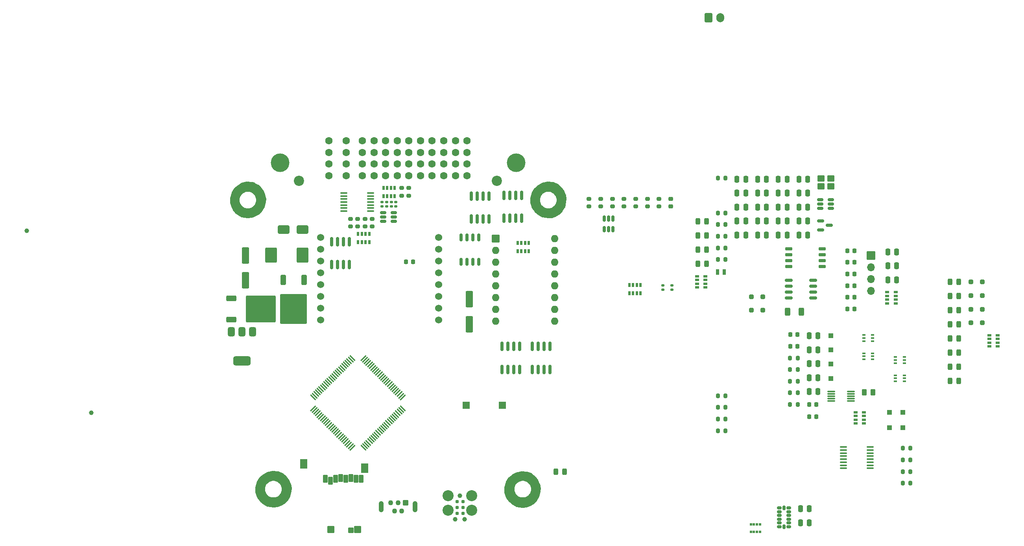
<source format=gbr>
%TF.GenerationSoftware,KiCad,Pcbnew,8.99.0-unknown-1.20241209git10cd458.fc40*%
%TF.CreationDate,2024-12-12T00:34:18-03:00*%
%TF.ProjectId,hw_v1,68775f76-312e-46b6-9963-61645f706362,rev?*%
%TF.SameCoordinates,Original*%
%TF.FileFunction,Soldermask,Top*%
%TF.FilePolarity,Negative*%
%FSLAX46Y46*%
G04 Gerber Fmt 4.6, Leading zero omitted, Abs format (unit mm)*
G04 Created by KiCad (PCBNEW 8.99.0-unknown-1.20241209git10cd458.fc40) date 2024-12-12 00:34:18*
%MOMM*%
%LPD*%
G01*
G04 APERTURE LIST*
G04 Aperture macros list*
%AMRoundRect*
0 Rectangle with rounded corners*
0 $1 Rounding radius*
0 $2 $3 $4 $5 $6 $7 $8 $9 X,Y pos of 4 corners*
0 Add a 4 corners polygon primitive as box body*
4,1,4,$2,$3,$4,$5,$6,$7,$8,$9,$2,$3,0*
0 Add four circle primitives for the rounded corners*
1,1,$1+$1,$2,$3*
1,1,$1+$1,$4,$5*
1,1,$1+$1,$6,$7*
1,1,$1+$1,$8,$9*
0 Add four rect primitives between the rounded corners*
20,1,$1+$1,$2,$3,$4,$5,0*
20,1,$1+$1,$4,$5,$6,$7,0*
20,1,$1+$1,$6,$7,$8,$9,0*
20,1,$1+$1,$8,$9,$2,$3,0*%
G04 Aperture macros list end*
%ADD10C,1.000000*%
%ADD11RoundRect,0.150038X0.150038X-0.825038X0.150038X0.825038X-0.150038X0.825038X-0.150038X-0.825038X0*%
%ADD12RoundRect,0.250015X-1.000061X1.400061X-1.000061X-1.400061X1.000061X-1.400061X1.000061X1.400061X0*%
%ADD13RoundRect,0.250038X-0.250038X-0.250038X0.250038X-0.250038X0.250038X0.250038X-0.250038X0.250038X0*%
%ADD14RoundRect,0.000076X-0.500000X-0.500000X0.500000X-0.500000X0.500000X0.500000X-0.500000X0.500000X0*%
%ADD15RoundRect,0.087538X-0.725038X-0.087538X0.725038X-0.087538X0.725038X0.087538X-0.725038X0.087538X0*%
%ADD16RoundRect,0.243788X-0.243788X-0.456288X0.243788X-0.456288X0.243788X0.456288X-0.243788X0.456288X0*%
%ADD17RoundRect,0.200038X-0.200038X-0.275038X0.200038X-0.275038X0.200038X0.275038X-0.200038X0.275038X0*%
%ADD18RoundRect,0.140038X-0.170038X0.140038X-0.170038X-0.140038X0.170038X-0.140038X0.170038X0.140038X0*%
%ADD19RoundRect,0.250038X-0.250038X-0.475038X0.250038X-0.475038X0.250038X0.475038X-0.250038X0.475038X0*%
%ADD20RoundRect,0.000076X-0.800000X-0.800000X0.800000X-0.800000X0.800000X0.800000X-0.800000X0.800000X0*%
%ADD21O,1.600152X1.600152*%
%ADD22RoundRect,0.225038X-0.225038X-0.250038X0.225038X-0.250038X0.225038X0.250038X-0.225038X0.250038X0*%
%ADD23RoundRect,0.000076X-0.400000X-0.250000X0.400000X-0.250000X0.400000X0.250000X-0.400000X0.250000X0*%
%ADD24RoundRect,0.000076X-0.400000X-0.200000X0.400000X-0.200000X0.400000X0.200000X-0.400000X0.200000X0*%
%ADD25RoundRect,0.150038X-0.587538X-0.150038X0.587538X-0.150038X0.587538X0.150038X-0.587538X0.150038X0*%
%ADD26RoundRect,0.000076X-0.250000X0.400000X-0.250000X-0.400000X0.250000X-0.400000X0.250000X0.400000X0*%
%ADD27RoundRect,0.000076X-0.200000X0.400000X-0.200000X-0.400000X0.200000X-0.400000X0.200000X0.400000X0*%
%ADD28RoundRect,0.150038X-0.150038X0.512538X-0.150038X-0.512538X0.150038X-0.512538X0.150038X0.512538X0*%
%ADD29RoundRect,0.250031X-0.850045X-0.350045X0.850045X-0.350045X0.850045X0.350045X-0.850045X0.350045X0*%
%ADD30RoundRect,0.250004X-2.950072X-2.650072X2.950072X-2.650072X2.950072X2.650072X-2.950072X2.650072X0*%
%ADD31RoundRect,0.100038X-0.637538X-0.100038X0.637538X-0.100038X0.637538X0.100038X-0.637538X0.100038X0*%
%ADD32RoundRect,0.200038X-0.275038X0.200038X-0.275038X-0.200038X0.275038X-0.200038X0.275038X0.200038X0*%
%ADD33RoundRect,0.375038X-0.375038X0.625038X-0.375038X-0.625038X0.375038X-0.625038X0.375038X0.625038X0*%
%ADD34RoundRect,0.500038X-1.400038X0.500038X-1.400038X-0.500038X1.400038X-0.500038X1.400038X0.500038X0*%
%ADD35RoundRect,0.200038X0.275038X-0.200038X0.275038X0.200038X-0.275038X0.200038X-0.275038X-0.200038X0*%
%ADD36RoundRect,0.218788X-0.218788X-0.256288X0.218788X-0.256288X0.218788X0.256288X-0.218788X0.256288X0*%
%ADD37RoundRect,0.150038X0.512538X0.150038X-0.512538X0.150038X-0.512538X-0.150038X0.512538X-0.150038X0*%
%ADD38RoundRect,0.250035X-0.300041X-0.300041X0.300041X-0.300041X0.300041X0.300041X-0.300041X0.300041X0*%
%ADD39RoundRect,0.150038X-0.675038X-0.150038X0.675038X-0.150038X0.675038X0.150038X-0.675038X0.150038X0*%
%ADD40RoundRect,0.150038X-0.650038X-0.150038X0.650038X-0.150038X0.650038X0.150038X-0.650038X0.150038X0*%
%ADD41C,2.375052*%
%ADD42C,0.990752*%
%ADD43C,0.787552*%
%ADD44RoundRect,0.000076X-0.300000X-0.550000X0.300000X-0.550000X0.300000X0.550000X-0.300000X0.550000X0*%
%ADD45RoundRect,0.250031X-0.350045X0.850045X-0.350045X-0.850045X0.350045X-0.850045X0.350045X0.850045X0*%
%ADD46RoundRect,0.250004X-2.650072X2.950072X-2.650072X-2.950072X2.650072X-2.950072X2.650072X2.950072X0*%
%ADD47RoundRect,0.250024X-0.550052X1.500052X-0.550052X-1.500052X0.550052X-1.500052X0.550052X1.500052X0*%
%ADD48RoundRect,0.150038X-0.512538X-0.150038X0.512538X-0.150038X0.512538X0.150038X-0.512538X0.150038X0*%
%ADD49RoundRect,0.250037X-0.262539X-0.450039X0.262539X-0.450039X0.262539X0.450039X-0.262539X0.450039X0*%
%ADD50RoundRect,0.000076X0.175000X-0.250000X0.175000X0.250000X-0.175000X0.250000X-0.175000X-0.250000X0*%
%ADD51RoundRect,0.000076X0.550000X0.550000X-0.550000X0.550000X-0.550000X-0.550000X0.550000X-0.550000X0*%
%ADD52C,1.100152*%
%ADD53O,1.100152X2.400152*%
%ADD54RoundRect,0.100038X-0.225038X-0.100038X0.225038X-0.100038X0.225038X0.100038X-0.225038X0.100038X0*%
%ADD55RoundRect,0.225038X0.225038X0.250038X-0.225038X0.250038X-0.225038X-0.250038X0.225038X-0.250038X0*%
%ADD56RoundRect,0.250023X-0.600053X-0.750053X0.600053X-0.750053X0.600053X0.750053X-0.600053X0.750053X0*%
%ADD57O,1.700152X2.000152*%
%ADD58C,1.524152*%
%ADD59RoundRect,0.250021X-1.000055X-0.650055X1.000055X-0.650055X1.000055X0.650055X-1.000055X0.650055X0*%
%ADD60RoundRect,0.150038X-0.325038X-0.150038X0.325038X-0.150038X0.325038X0.150038X-0.325038X0.150038X0*%
%ADD61RoundRect,0.150038X-0.150038X-0.325038X0.150038X-0.325038X0.150038X0.325038X-0.150038X0.325038X0*%
%ADD62RoundRect,0.225038X-0.250038X0.225038X-0.250038X-0.225038X0.250038X-0.225038X0.250038X0.225038X0*%
%ADD63RoundRect,0.075038X-0.565739X0.459619X0.459619X-0.565739X0.565739X-0.459619X-0.459619X0.565739X0*%
%ADD64RoundRect,0.075038X-0.565739X-0.459619X-0.459619X-0.565739X0.565739X0.459619X0.459619X0.565739X0*%
%ADD65RoundRect,0.150038X0.150038X-0.675038X0.150038X0.675038X-0.150038X0.675038X-0.150038X-0.675038X0*%
%ADD66RoundRect,0.076200X-0.400000X0.750000X-0.400000X-0.750000X0.400000X-0.750000X0.400000X0.750000X0*%
%ADD67RoundRect,0.076200X-0.650000X-0.700000X0.650000X-0.700000X0.650000X0.700000X-0.650000X0.700000X0*%
%ADD68RoundRect,0.076200X-0.700000X0.950000X-0.700000X-0.950000X0.700000X-0.950000X0.700000X0.950000X0*%
%ADD69RoundRect,0.076200X0.475000X-0.500000X0.475000X0.500000X-0.475000X0.500000X-0.475000X-0.500000X0*%
%ADD70RoundRect,0.000076X-0.700000X-0.600000X0.700000X-0.600000X0.700000X0.600000X-0.700000X0.600000X0*%
%ADD71RoundRect,0.250034X-0.312542X-0.625042X0.312542X-0.625042X0.312542X0.625042X-0.312542X0.625042X0*%
%ADD72RoundRect,0.250024X0.550052X-1.500052X0.550052X1.500052X-0.550052X1.500052X-0.550052X-1.500052X0*%
%ADD73C,4.000152*%
%ADD74C,2.200152*%
%ADD75C,1.600152*%
%ADD76RoundRect,0.000076X-0.850000X-0.850000X0.850000X-0.850000X0.850000X0.850000X-0.850000X0.850000X0*%
%ADD77O,1.700152X1.700152*%
%ADD78RoundRect,0.000076X-0.750000X-0.750000X0.750000X-0.750000X0.750000X0.750000X-0.750000X0.750000X0*%
G04 APERTURE END LIST*
D10*
%TO.C,FID2*%
X47625000Y-112100000D03*
%TD*%
%TO.C,FID1*%
X33750000Y-72925000D03*
%TD*%
D11*
%TO.C,U2*%
X129463029Y-65465554D03*
X130733029Y-65465554D03*
X132003029Y-65465554D03*
X133273029Y-65465554D03*
X133273029Y-70415554D03*
X132003029Y-70415554D03*
X130733029Y-70415554D03*
X129463029Y-70415554D03*
%TD*%
D12*
%TO.C,D37*%
X86325000Y-78175000D03*
X93125000Y-78175000D03*
%TD*%
D13*
%TO.C,D19*%
X189705000Y-90075000D03*
X192205000Y-90075000D03*
%TD*%
D14*
%TO.C,TP5*%
X206850000Y-101675000D03*
%TD*%
D15*
%TO.C,U1*%
X206917500Y-107575000D03*
X206917500Y-108075000D03*
X206917500Y-108575000D03*
X206917500Y-109075000D03*
X206917500Y-109575000D03*
X211142500Y-109575000D03*
X211142500Y-109075000D03*
X211142500Y-108575000D03*
X211142500Y-108075000D03*
X211142500Y-107575000D03*
%TD*%
D16*
%TO.C,D24*%
X178182500Y-73980000D03*
X180057500Y-73980000D03*
%TD*%
D17*
%TO.C,R42*%
X182505000Y-74105000D03*
X184155000Y-74105000D03*
%TD*%
D18*
%TO.C,C64*%
X172615000Y-84692500D03*
X172615000Y-85652500D03*
%TD*%
D19*
%TO.C,C33*%
X191060000Y-64815000D03*
X192960000Y-64815000D03*
%TD*%
D16*
%TO.C,D23*%
X178182500Y-70940000D03*
X180057500Y-70940000D03*
%TD*%
D20*
%TO.C,A1*%
X134660000Y-74610000D03*
D21*
X134660000Y-77150000D03*
X134660000Y-79690000D03*
X134660000Y-82230000D03*
X134660000Y-84770000D03*
X134660000Y-87310000D03*
X134660000Y-89850000D03*
X134660000Y-92390000D03*
X147360000Y-92390000D03*
X147360000Y-89850000D03*
X147360000Y-87310000D03*
X147360000Y-84770000D03*
X147360000Y-82230000D03*
X147360000Y-79690000D03*
X147360000Y-77150000D03*
X147360000Y-74610000D03*
%TD*%
D22*
%TO.C,C3*%
X198095000Y-95305000D03*
X199645000Y-95305000D03*
%TD*%
D23*
%TO.C,RN2*%
X240950000Y-95425000D03*
D24*
X240950000Y-96225000D03*
X240950000Y-97025000D03*
D23*
X240950000Y-97825000D03*
X242750000Y-97825000D03*
D24*
X242750000Y-97025000D03*
X242750000Y-96225000D03*
D23*
X242750000Y-95425000D03*
%TD*%
D25*
%TO.C,U16*%
X204642500Y-70820000D03*
X204642500Y-72720000D03*
X206517500Y-71770000D03*
%TD*%
D16*
%TO.C,D7*%
X232482500Y-96130000D03*
X234357500Y-96130000D03*
%TD*%
D18*
%TO.C,C66*%
X170645000Y-84692500D03*
X170645000Y-85652500D03*
%TD*%
D16*
%TO.C,D25*%
X178182500Y-77020000D03*
X180057500Y-77020000D03*
%TD*%
D19*
%TO.C,C34*%
X191060000Y-67825000D03*
X192960000Y-67825000D03*
%TD*%
D18*
%TO.C,C19*%
X113177885Y-66732868D03*
X113177885Y-67692868D03*
%TD*%
D11*
%TO.C,U3*%
X136420000Y-70225000D03*
X137690000Y-70225000D03*
X138960000Y-70225000D03*
X140230000Y-70225000D03*
X140230000Y-65275000D03*
X138960000Y-65275000D03*
X137690000Y-65275000D03*
X136420000Y-65275000D03*
%TD*%
D16*
%TO.C,D4*%
X232482500Y-90050000D03*
X234357500Y-90050000D03*
%TD*%
D19*
%TO.C,C46*%
X199960000Y-73845000D03*
X201860000Y-73845000D03*
%TD*%
D13*
%TO.C,D18*%
X189705000Y-87125000D03*
X192205000Y-87125000D03*
%TD*%
D26*
%TO.C,RN4*%
X112948793Y-63720123D03*
D27*
X112148793Y-63720123D03*
X111348793Y-63720123D03*
D26*
X110548793Y-63720123D03*
X110548793Y-65520123D03*
D27*
X111348793Y-65520123D03*
X112148793Y-65520123D03*
D26*
X112948793Y-65520123D03*
%TD*%
D16*
%TO.C,D9*%
X232482500Y-99170000D03*
X234357500Y-99170000D03*
%TD*%
D28*
%TO.C,D16*%
X159950000Y-70325000D03*
X159000000Y-70325000D03*
X158050000Y-70325000D03*
X158050000Y-72600000D03*
X159000000Y-72600000D03*
X159950000Y-72600000D03*
%TD*%
D19*
%TO.C,C39*%
X195510000Y-67825000D03*
X197410000Y-67825000D03*
%TD*%
D16*
%TO.C,D1*%
X232482500Y-83970000D03*
X234357500Y-83970000D03*
%TD*%
D13*
%TO.C,D11*%
X236945000Y-92775000D03*
X239445000Y-92775000D03*
%TD*%
D17*
%TO.C,R38*%
X182505000Y-71595000D03*
X184155000Y-71595000D03*
%TD*%
D19*
%TO.C,C5*%
X202150000Y-101575000D03*
X204050000Y-101575000D03*
%TD*%
%TO.C,C26*%
X186610000Y-64815000D03*
X188510000Y-64815000D03*
%TD*%
D17*
%TO.C,R3*%
X198045000Y-105345000D03*
X199695000Y-105345000D03*
%TD*%
D29*
%TO.C,U19*%
X77825000Y-87520000D03*
D30*
X84125000Y-89800000D03*
D29*
X77825000Y-92080000D03*
%TD*%
D19*
%TO.C,C30*%
X186610000Y-70835000D03*
X188510000Y-70835000D03*
%TD*%
D17*
%TO.C,R5*%
X182505000Y-108465000D03*
X184155000Y-108465000D03*
%TD*%
D31*
%TO.C,U5*%
X209537500Y-119535000D03*
X209537500Y-120185000D03*
X209537500Y-120835000D03*
X209537500Y-121485000D03*
X209537500Y-122135000D03*
X209537500Y-122785000D03*
X209537500Y-123435000D03*
X209537500Y-124085000D03*
X215262500Y-124085000D03*
X215262500Y-123435000D03*
X215262500Y-122785000D03*
X215262500Y-122135000D03*
X215262500Y-121485000D03*
X215262500Y-120835000D03*
X215262500Y-120185000D03*
X215262500Y-119535000D03*
%TD*%
D19*
%TO.C,C49*%
X219055000Y-83495000D03*
X220955000Y-83495000D03*
%TD*%
%TO.C,C32*%
X191060000Y-61805000D03*
X192960000Y-61805000D03*
%TD*%
D14*
%TO.C,TP19*%
X206850000Y-104725000D03*
%TD*%
D22*
%TO.C,C54*%
X210350000Y-89775000D03*
X211900000Y-89775000D03*
%TD*%
D23*
%TO.C,RN5*%
X212150000Y-112025000D03*
D24*
X212150000Y-112825000D03*
X212150000Y-113625000D03*
D23*
X212150000Y-114425000D03*
X213950000Y-114425000D03*
D24*
X213950000Y-113625000D03*
X213950000Y-112825000D03*
D23*
X213950000Y-112025000D03*
%TD*%
D32*
%TO.C,R102*%
X162305000Y-66057500D03*
X162305000Y-67707500D03*
%TD*%
D19*
%TO.C,C35*%
X191060000Y-70835000D03*
X192960000Y-70835000D03*
%TD*%
D17*
%TO.C,R27*%
X182505000Y-61555000D03*
X184155000Y-61555000D03*
%TD*%
%TO.C,R58*%
X222300000Y-127300000D03*
X223950000Y-127300000D03*
%TD*%
D33*
%TO.C,U8*%
X82387500Y-94675000D03*
X80087500Y-94675000D03*
D34*
X80087500Y-100975000D03*
D33*
X77787500Y-94675000D03*
%TD*%
D35*
%TO.C,R81*%
X106550000Y-72025000D03*
X106550000Y-70375000D03*
%TD*%
D22*
%TO.C,C53*%
X210350000Y-87265000D03*
X211900000Y-87265000D03*
%TD*%
D35*
%TO.C,R79*%
X103450000Y-72025000D03*
X103450000Y-70375000D03*
%TD*%
D36*
%TO.C,D15*%
X202132500Y-112985000D03*
X203707500Y-112985000D03*
%TD*%
D22*
%TO.C,C4*%
X198095000Y-97815000D03*
X199645000Y-97815000D03*
%TD*%
D37*
%TO.C,D14*%
X112750000Y-70900000D03*
X112750000Y-69950000D03*
X112750000Y-69000000D03*
X110475000Y-69000000D03*
X110475000Y-69950000D03*
X110475000Y-70900000D03*
%TD*%
D11*
%TO.C,U12*%
X136015000Y-102800000D03*
X137285000Y-102800000D03*
X138555000Y-102800000D03*
X139825000Y-102800000D03*
X139825000Y-97850000D03*
X138555000Y-97850000D03*
X137285000Y-97850000D03*
X136015000Y-97850000D03*
%TD*%
D32*
%TO.C,R99*%
X169835000Y-66057500D03*
X169835000Y-67707500D03*
%TD*%
D19*
%TO.C,C45*%
X199960000Y-70835000D03*
X201860000Y-70835000D03*
%TD*%
D16*
%TO.C,D2*%
X232482500Y-87010000D03*
X234357500Y-87010000D03*
%TD*%
D19*
%TO.C,C44*%
X199960000Y-67825000D03*
X201860000Y-67825000D03*
%TD*%
D17*
%TO.C,R2*%
X198045000Y-102835000D03*
X199695000Y-102835000D03*
%TD*%
D32*
%TO.C,R101*%
X164815000Y-66057500D03*
X164815000Y-67707500D03*
%TD*%
D38*
%TO.C,D30*%
X219470000Y-115390000D03*
X222270000Y-115390000D03*
%TD*%
D22*
%TO.C,C52*%
X210350000Y-84755000D03*
X211900000Y-84755000D03*
%TD*%
D19*
%TO.C,C43*%
X199960000Y-64815000D03*
X201860000Y-64815000D03*
%TD*%
%TO.C,C7*%
X202150000Y-104585000D03*
X204050000Y-104585000D03*
%TD*%
D23*
%TO.C,RN7*%
X218955000Y-86175000D03*
D24*
X218955000Y-86975000D03*
X218955000Y-87775000D03*
D23*
X218955000Y-88575000D03*
X220755000Y-88575000D03*
D24*
X220755000Y-87775000D03*
X220755000Y-86975000D03*
D23*
X220755000Y-86175000D03*
%TD*%
D19*
%TO.C,C8*%
X202150000Y-107595000D03*
X204050000Y-107595000D03*
%TD*%
D16*
%TO.C,D26*%
X178182500Y-80060000D03*
X180057500Y-80060000D03*
%TD*%
D39*
%TO.C,U14*%
X197785000Y-83630000D03*
X197785000Y-84900000D03*
X197785000Y-86170000D03*
X197785000Y-87440000D03*
X203035000Y-87440000D03*
X203035000Y-86170000D03*
X203035000Y-84900000D03*
X203035000Y-83630000D03*
%TD*%
D40*
%TO.C,U15*%
X197760000Y-76860000D03*
X197760000Y-78130000D03*
X197760000Y-79400000D03*
X197760000Y-80670000D03*
X204960000Y-80670000D03*
X204960000Y-79400000D03*
X204960000Y-78130000D03*
X204960000Y-76860000D03*
%TD*%
D41*
%TO.C,J9*%
X129540000Y-129960000D03*
D42*
X127000000Y-129960000D03*
D41*
X124460000Y-129960000D03*
X129540000Y-133135000D03*
X124460000Y-133135000D03*
D42*
X128016000Y-135040000D03*
X125984000Y-135040000D03*
D43*
X126365000Y-131230000D03*
X127635000Y-131230000D03*
X126365000Y-132500000D03*
X127635000Y-132500000D03*
X126365000Y-133770000D03*
X127635000Y-133770000D03*
%TD*%
D19*
%TO.C,C40*%
X195510000Y-70835000D03*
X197410000Y-70835000D03*
%TD*%
D11*
%TO.C,U20*%
X142595000Y-102800000D03*
X143865000Y-102800000D03*
X145135000Y-102800000D03*
X146405000Y-102800000D03*
X146405000Y-97850000D03*
X145135000Y-97850000D03*
X143865000Y-97850000D03*
X142595000Y-97850000D03*
%TD*%
D13*
%TO.C,D8*%
X236945000Y-89825000D03*
X239445000Y-89825000D03*
%TD*%
D44*
%TO.C,Y1*%
X182450000Y-81805000D03*
X183850000Y-81805000D03*
%TD*%
D17*
%TO.C,R11*%
X198045000Y-110365000D03*
X199695000Y-110365000D03*
%TD*%
D13*
%TO.C,D3*%
X236945000Y-83925000D03*
X239445000Y-83925000D03*
%TD*%
D19*
%TO.C,C2*%
X202150000Y-98565000D03*
X204050000Y-98565000D03*
%TD*%
%TO.C,C37*%
X195510000Y-61805000D03*
X197410000Y-61805000D03*
%TD*%
D45*
%TO.C,U11*%
X93480000Y-83500000D03*
D46*
X91200000Y-89800000D03*
D45*
X88920000Y-83500000D03*
%TD*%
D17*
%TO.C,R43*%
X182505000Y-76615000D03*
X184155000Y-76615000D03*
%TD*%
D11*
%TO.C,U18*%
X99345000Y-80225000D03*
X100615000Y-80225000D03*
X101885000Y-80225000D03*
X103155000Y-80225000D03*
X103155000Y-75275000D03*
X101885000Y-75275000D03*
X100615000Y-75275000D03*
X99345000Y-75275000D03*
%TD*%
D19*
%TO.C,C31*%
X186610000Y-73845000D03*
X188510000Y-73845000D03*
%TD*%
D35*
%TO.C,R82*%
X108100000Y-72025000D03*
X108100000Y-70375000D03*
%TD*%
D17*
%TO.C,R55*%
X222300000Y-119770000D03*
X223950000Y-119770000D03*
%TD*%
%TO.C,R44*%
X182505000Y-79125000D03*
X184155000Y-79125000D03*
%TD*%
D47*
%TO.C,C69*%
X80875000Y-78225000D03*
X80875000Y-83625000D03*
%TD*%
D19*
%TO.C,C29*%
X186610000Y-67825000D03*
X188510000Y-67825000D03*
%TD*%
%TO.C,C38*%
X195510000Y-64815000D03*
X197410000Y-64815000D03*
%TD*%
%TO.C,C36*%
X191060000Y-73845000D03*
X192960000Y-73845000D03*
%TD*%
%TO.C,C1*%
X202150000Y-95555000D03*
X204050000Y-95555000D03*
%TD*%
D48*
%TO.C,U17*%
X204572500Y-66200000D03*
X204572500Y-67150000D03*
X204572500Y-68100000D03*
X206847500Y-68100000D03*
X206847500Y-67150000D03*
X206847500Y-66200000D03*
%TD*%
D49*
%TO.C,R7*%
X214027500Y-107725000D03*
X215852500Y-107725000D03*
%TD*%
D50*
%TO.C,U10*%
X189615000Y-136180000D03*
X190265000Y-136180000D03*
X190915000Y-136180000D03*
X191565000Y-136180000D03*
X191565000Y-137780000D03*
X190915000Y-137780000D03*
X190265000Y-137780000D03*
X189615000Y-137780000D03*
%TD*%
D17*
%TO.C,R9*%
X182505000Y-115995000D03*
X184155000Y-115995000D03*
%TD*%
D32*
%TO.C,R100*%
X167325000Y-66057500D03*
X167325000Y-67707500D03*
%TD*%
D51*
%TO.C,J8*%
X115282266Y-131520713D03*
D52*
X114482266Y-133270713D03*
X113682266Y-131520713D03*
X112882266Y-133270713D03*
X112082266Y-131520713D03*
D53*
X117332266Y-132395713D03*
X110032266Y-132395713D03*
%TD*%
D32*
%TO.C,R75*%
X115975000Y-63725000D03*
X115975000Y-65375000D03*
%TD*%
D22*
%TO.C,C48*%
X210350000Y-79735000D03*
X211900000Y-79735000D03*
%TD*%
D26*
%TO.C,RN6*%
X165855000Y-84612500D03*
D27*
X165055000Y-84612500D03*
X164255000Y-84612500D03*
D26*
X163455000Y-84612500D03*
X163455000Y-86412500D03*
D27*
X164255000Y-86412500D03*
X165055000Y-86412500D03*
D26*
X165855000Y-86412500D03*
%TD*%
D36*
%TO.C,D13*%
X202132500Y-110395000D03*
X203707500Y-110395000D03*
%TD*%
D16*
%TO.C,D22*%
X147600000Y-124800000D03*
X149475000Y-124800000D03*
%TD*%
D54*
%TO.C,U26*%
X220745000Y-104055000D03*
X220745000Y-104705000D03*
X220745000Y-105355000D03*
X222645000Y-105355000D03*
X222645000Y-104705000D03*
X222645000Y-104055000D03*
%TD*%
D16*
%TO.C,D12*%
X232482500Y-105250000D03*
X234357500Y-105250000D03*
%TD*%
D55*
%TO.C,C63*%
X116925000Y-79650000D03*
X115375000Y-79650000D03*
%TD*%
D56*
%TO.C,BT1*%
X180500000Y-27000000D03*
D57*
X183000000Y-27000000D03*
%TD*%
D54*
%TO.C,U25*%
X220745000Y-100130000D03*
X220745000Y-100780000D03*
X220745000Y-101430000D03*
X222645000Y-101430000D03*
X222645000Y-100780000D03*
X222645000Y-100130000D03*
%TD*%
D18*
%TO.C,C58*%
X111231997Y-66726965D03*
X111231997Y-67686965D03*
%TD*%
D17*
%TO.C,R37*%
X182505000Y-69085000D03*
X184155000Y-69085000D03*
%TD*%
D13*
%TO.C,D6*%
X236945000Y-86875000D03*
X239445000Y-86875000D03*
%TD*%
D32*
%TO.C,R106*%
X157285000Y-66057500D03*
X157285000Y-67707500D03*
%TD*%
D58*
%TO.C,U4*%
X122400000Y-92115000D03*
X122400000Y-89575000D03*
X122400000Y-87035000D03*
X122400000Y-84495000D03*
X122400000Y-81955000D03*
X122400000Y-79415000D03*
X122400000Y-76875000D03*
X122400000Y-74335000D03*
X97000000Y-92115000D03*
X97000000Y-89575000D03*
X97000000Y-87035000D03*
X97000000Y-84495000D03*
X97000000Y-81955000D03*
X97000000Y-79415000D03*
X97000000Y-76875000D03*
X97000000Y-74335000D03*
%TD*%
D54*
%TO.C,U9*%
X213900000Y-99325000D03*
X213900000Y-99975000D03*
X213900000Y-100625000D03*
X215800000Y-100625000D03*
X215800000Y-99975000D03*
X215800000Y-99325000D03*
%TD*%
D59*
%TO.C,D17*%
X89075000Y-72700000D03*
X93075000Y-72700000D03*
%TD*%
D54*
%TO.C,U7*%
X213900000Y-95400000D03*
X213900000Y-96050000D03*
X213900000Y-96700000D03*
X215800000Y-96700000D03*
X215800000Y-96050000D03*
X215800000Y-95400000D03*
%TD*%
D19*
%TO.C,C42*%
X199960000Y-61805000D03*
X201860000Y-61805000D03*
%TD*%
D17*
%TO.C,R8*%
X182505000Y-113485000D03*
X184155000Y-113485000D03*
%TD*%
D14*
%TO.C,TP1*%
X206850000Y-95575000D03*
%TD*%
D19*
%TO.C,C9*%
X219055000Y-77475000D03*
X220955000Y-77475000D03*
%TD*%
%TO.C,C50*%
X200285000Y-135815000D03*
X202185000Y-135815000D03*
%TD*%
D26*
%TO.C,RN8*%
X107482024Y-73596556D03*
D27*
X106682024Y-73596556D03*
X105882024Y-73596556D03*
D26*
X105082024Y-73596556D03*
X105082024Y-75396556D03*
D27*
X105882024Y-75396556D03*
X106682024Y-75396556D03*
D26*
X107482024Y-75396556D03*
%TD*%
D18*
%TO.C,C60*%
X110235736Y-66726965D03*
X110235736Y-67686965D03*
%TD*%
D17*
%TO.C,R4*%
X198045000Y-107855000D03*
X199695000Y-107855000D03*
%TD*%
D38*
%TO.C,D29*%
X219470000Y-112040000D03*
X222270000Y-112040000D03*
%TD*%
D19*
%TO.C,C47*%
X200285000Y-132805000D03*
X202185000Y-132805000D03*
%TD*%
D35*
%TO.C,R80*%
X105000000Y-72025000D03*
X105000000Y-70375000D03*
%TD*%
D60*
%TO.C,U21*%
X195740000Y-132660000D03*
X195740000Y-133460000D03*
X195740000Y-134260000D03*
X195740000Y-135060000D03*
X195740000Y-135860000D03*
X195740000Y-136660000D03*
D61*
X196740000Y-136660000D03*
D60*
X197740000Y-136660000D03*
X197740000Y-135860000D03*
X197740000Y-135060000D03*
X197740000Y-134260000D03*
X197740000Y-133460000D03*
X197740000Y-132660000D03*
D61*
X196740000Y-132660000D03*
%TD*%
D19*
%TO.C,C6*%
X186610000Y-61805000D03*
X188510000Y-61805000D03*
%TD*%
D62*
%TO.C,C68*%
X172345000Y-66107500D03*
X172345000Y-67657500D03*
%TD*%
D31*
%TO.C,U23*%
X102010736Y-64806965D03*
X102010736Y-65456965D03*
X102010736Y-66106965D03*
X102010736Y-66756965D03*
X102010736Y-67406965D03*
X102010736Y-68056965D03*
X102010736Y-68706965D03*
X107735736Y-68706965D03*
X107735736Y-68056965D03*
X107735736Y-67406965D03*
X107735736Y-66756965D03*
X107735736Y-66106965D03*
X107735736Y-65456965D03*
X107735736Y-64806965D03*
%TD*%
D63*
%TO.C,U13*%
X103847862Y-100330315D03*
X103494309Y-100683868D03*
X103140755Y-101037422D03*
X102787202Y-101390975D03*
X102433649Y-101744528D03*
X102080095Y-102098082D03*
X101726542Y-102451635D03*
X101372988Y-102805189D03*
X101019435Y-103158742D03*
X100665882Y-103512295D03*
X100312328Y-103865849D03*
X99958775Y-104219402D03*
X99605221Y-104572955D03*
X99251668Y-104926509D03*
X98898115Y-105280062D03*
X98544561Y-105633616D03*
X98191008Y-105987169D03*
X97837455Y-106340722D03*
X97483901Y-106694276D03*
X97130348Y-107047829D03*
X96776794Y-107401383D03*
X96423241Y-107754936D03*
X96069688Y-108108489D03*
X95716134Y-108462043D03*
X95362581Y-108815596D03*
D64*
X95362581Y-111184404D03*
X95716134Y-111537957D03*
X96069688Y-111891511D03*
X96423241Y-112245064D03*
X96776794Y-112598617D03*
X97130348Y-112952171D03*
X97483901Y-113305724D03*
X97837455Y-113659278D03*
X98191008Y-114012831D03*
X98544561Y-114366384D03*
X98898115Y-114719938D03*
X99251668Y-115073491D03*
X99605221Y-115427045D03*
X99958775Y-115780598D03*
X100312328Y-116134151D03*
X100665882Y-116487705D03*
X101019435Y-116841258D03*
X101372988Y-117194811D03*
X101726542Y-117548365D03*
X102080095Y-117901918D03*
X102433649Y-118255472D03*
X102787202Y-118609025D03*
X103140755Y-118962578D03*
X103494309Y-119316132D03*
X103847862Y-119669685D03*
D63*
X106216670Y-119669685D03*
X106570223Y-119316132D03*
X106923777Y-118962578D03*
X107277330Y-118609025D03*
X107630883Y-118255472D03*
X107984437Y-117901918D03*
X108337990Y-117548365D03*
X108691544Y-117194811D03*
X109045097Y-116841258D03*
X109398650Y-116487705D03*
X109752204Y-116134151D03*
X110105757Y-115780598D03*
X110459311Y-115427045D03*
X110812864Y-115073491D03*
X111166417Y-114719938D03*
X111519971Y-114366384D03*
X111873524Y-114012831D03*
X112227077Y-113659278D03*
X112580631Y-113305724D03*
X112934184Y-112952171D03*
X113287738Y-112598617D03*
X113641291Y-112245064D03*
X113994844Y-111891511D03*
X114348398Y-111537957D03*
X114701951Y-111184404D03*
D64*
X114701951Y-108815596D03*
X114348398Y-108462043D03*
X113994844Y-108108489D03*
X113641291Y-107754936D03*
X113287738Y-107401383D03*
X112934184Y-107047829D03*
X112580631Y-106694276D03*
X112227077Y-106340722D03*
X111873524Y-105987169D03*
X111519971Y-105633616D03*
X111166417Y-105280062D03*
X110812864Y-104926509D03*
X110459311Y-104572955D03*
X110105757Y-104219402D03*
X109752204Y-103865849D03*
X109398650Y-103512295D03*
X109045097Y-103158742D03*
X108691544Y-102805189D03*
X108337990Y-102451635D03*
X107984437Y-102098082D03*
X107630883Y-101744528D03*
X107277330Y-101390975D03*
X106923777Y-101037422D03*
X106570223Y-100683868D03*
X106216670Y-100330315D03*
%TD*%
D19*
%TO.C,C14*%
X219055000Y-80485000D03*
X220955000Y-80485000D03*
%TD*%
D17*
%TO.C,R56*%
X222300000Y-122280000D03*
X223950000Y-122280000D03*
%TD*%
%TO.C,R1*%
X198045000Y-100325000D03*
X199695000Y-100325000D03*
%TD*%
D32*
%TO.C,R108*%
X154775000Y-66057500D03*
X154775000Y-67707500D03*
%TD*%
D65*
%TO.C,U6*%
X127200000Y-79600000D03*
X128470000Y-79600000D03*
X129740000Y-79600000D03*
X131010000Y-79600000D03*
X131010000Y-74350000D03*
X129740000Y-74350000D03*
X128470000Y-74350000D03*
X127200000Y-74350000D03*
%TD*%
D66*
%TO.C,J16*%
X98032266Y-126395713D03*
X99132266Y-126795713D03*
X100232266Y-126395713D03*
X101332266Y-126195713D03*
X102432266Y-126395713D03*
X103532266Y-126195713D03*
X104632266Y-126395713D03*
X105732266Y-126395713D03*
D67*
X104922266Y-137255713D03*
X99222266Y-137255713D03*
D68*
X106522266Y-124105713D03*
X93372266Y-123105713D03*
D69*
X103532266Y-137455713D03*
%TD*%
D17*
%TO.C,R6*%
X182505000Y-110975000D03*
X184155000Y-110975000D03*
%TD*%
%TO.C,R57*%
X222300000Y-124790000D03*
X223950000Y-124790000D03*
%TD*%
D70*
%TO.C,Y2*%
X204660000Y-63375000D03*
X206860000Y-63375000D03*
X206860000Y-61675000D03*
X204660000Y-61675000D03*
%TD*%
D71*
%TO.C,R31*%
X197527500Y-90405000D03*
X200452500Y-90405000D03*
%TD*%
D32*
%TO.C,R16*%
X114425000Y-63725000D03*
X114425000Y-65375000D03*
%TD*%
D72*
%TO.C,C10*%
X129000000Y-93100000D03*
X129000000Y-87700000D03*
%TD*%
D73*
%TO.C,J1*%
X88256857Y-58312709D03*
D74*
X92356857Y-62162709D03*
X134956857Y-62162709D03*
D73*
X139056857Y-58312709D03*
D75*
X98806857Y-53562709D03*
X98806857Y-56062709D03*
X98806857Y-58562709D03*
X98806857Y-61062709D03*
X102506857Y-53562709D03*
X102506857Y-56062709D03*
X102506857Y-58562709D03*
X102506857Y-61062709D03*
X106006857Y-53562709D03*
X106006857Y-56062709D03*
X106006857Y-58562709D03*
X106006857Y-61062709D03*
X108506857Y-53562709D03*
X108506857Y-56062709D03*
X108506857Y-58562709D03*
X108506857Y-61062709D03*
X111006857Y-53562709D03*
X111006857Y-56062709D03*
X111006857Y-58562709D03*
X111006857Y-61062709D03*
X113506857Y-53562709D03*
X113506857Y-56062709D03*
X113506857Y-58562709D03*
X113506857Y-61062709D03*
X116006857Y-53562709D03*
X116006857Y-56062709D03*
X116006857Y-58562709D03*
X116006857Y-61062709D03*
X118506857Y-53562709D03*
X118506857Y-56062709D03*
X118506857Y-58562709D03*
X118506857Y-61062709D03*
X121006857Y-53562709D03*
X121006857Y-56062709D03*
X121006857Y-58562709D03*
X121006857Y-61062709D03*
X123506857Y-53562709D03*
X123506857Y-56062709D03*
X123506857Y-58562709D03*
X123506857Y-61062709D03*
X126006857Y-53562709D03*
X126006857Y-56062709D03*
X126006857Y-58562709D03*
X126006857Y-61062709D03*
X128506857Y-53562709D03*
X128506857Y-56062709D03*
X128506857Y-58562709D03*
X128506857Y-61062709D03*
%TD*%
D14*
%TO.C,TP4*%
X206850000Y-98625000D03*
%TD*%
D16*
%TO.C,D5*%
X232482500Y-93090000D03*
X234357500Y-93090000D03*
%TD*%
D26*
%TO.C,RN1*%
X141825000Y-75575000D03*
D27*
X141025000Y-75575000D03*
X140225000Y-75575000D03*
D26*
X139425000Y-75575000D03*
X139425000Y-77375000D03*
D27*
X140225000Y-77375000D03*
X141025000Y-77375000D03*
D26*
X141825000Y-77375000D03*
%TD*%
D23*
%TO.C,RN3*%
X178050000Y-82755000D03*
D24*
X178050000Y-83555000D03*
X178050000Y-84355000D03*
D23*
X178050000Y-85155000D03*
X179850000Y-85155000D03*
D24*
X179850000Y-84355000D03*
X179850000Y-83555000D03*
D23*
X179850000Y-82755000D03*
%TD*%
D18*
%TO.C,C25*%
X112210074Y-66726965D03*
X112210074Y-67686965D03*
%TD*%
D76*
%TO.C,J14*%
X215455000Y-78295000D03*
D77*
X215455000Y-80835000D03*
X215455000Y-83375000D03*
X215455000Y-85915000D03*
%TD*%
D22*
%TO.C,C51*%
X210350000Y-82245000D03*
X211900000Y-82245000D03*
%TD*%
D19*
%TO.C,C41*%
X195510000Y-73845000D03*
X197410000Y-73845000D03*
%TD*%
D22*
%TO.C,C15*%
X210350000Y-77225000D03*
X211900000Y-77225000D03*
%TD*%
D32*
%TO.C,R104*%
X159795000Y-66057500D03*
X159795000Y-67707500D03*
%TD*%
D16*
%TO.C,D10*%
X232482500Y-102210000D03*
X234357500Y-102210000D03*
%TD*%
D78*
%TO.C,SW1*%
X128325000Y-110525000D03*
X136125000Y-110525000D03*
%TD*%
G36*
X147104327Y-62450266D02*
G01*
X147146057Y-62460679D01*
X148033176Y-62852661D01*
X148064431Y-62872400D01*
X148892991Y-63585304D01*
X148912712Y-63606706D01*
X149404797Y-64283322D01*
X149417299Y-64304631D01*
X149784068Y-65099299D01*
X149795112Y-65140304D01*
X149886072Y-66107662D01*
X149886528Y-66124395D01*
X149861859Y-66753451D01*
X149859400Y-66773764D01*
X149637342Y-67859384D01*
X149621099Y-67900346D01*
X149105981Y-68734347D01*
X149090999Y-68753994D01*
X148427827Y-69466289D01*
X148395345Y-69491369D01*
X147594456Y-69922617D01*
X147581514Y-69928666D01*
X146971673Y-70172603D01*
X146933259Y-70181336D01*
X146014253Y-70242603D01*
X145987181Y-70241488D01*
X144754876Y-70056642D01*
X144709561Y-70040568D01*
X143739547Y-69468507D01*
X143725626Y-69458987D01*
X143281557Y-69109481D01*
X143261095Y-69089181D01*
X142768724Y-68473718D01*
X142757041Y-68456326D01*
X142405848Y-67825926D01*
X142394768Y-67799221D01*
X142149614Y-66941181D01*
X142144766Y-66906566D01*
X142144766Y-66321406D01*
X144222108Y-66321406D01*
X144241404Y-66578894D01*
X144242807Y-66588200D01*
X144300262Y-66839927D01*
X144303036Y-66848921D01*
X144397367Y-67089273D01*
X144401451Y-67097752D01*
X144530554Y-67321366D01*
X144535845Y-67329127D01*
X144696845Y-67531014D01*
X144703233Y-67537898D01*
X144892511Y-67713523D01*
X144899875Y-67719396D01*
X145113210Y-67864845D01*
X145121355Y-67869547D01*
X145353991Y-67981579D01*
X145362747Y-67985015D01*
X145609481Y-68061122D01*
X145618647Y-68063214D01*
X145873977Y-68101700D01*
X145883353Y-68102402D01*
X146141559Y-68102402D01*
X146150935Y-68101700D01*
X146406265Y-68063214D01*
X146415431Y-68061122D01*
X146662165Y-67985015D01*
X146670921Y-67981579D01*
X146903557Y-67869547D01*
X146911702Y-67864845D01*
X147125037Y-67719396D01*
X147132401Y-67713523D01*
X147321679Y-67537898D01*
X147328067Y-67531014D01*
X147489067Y-67329127D01*
X147494358Y-67321366D01*
X147623461Y-67097752D01*
X147627545Y-67089273D01*
X147721876Y-66848921D01*
X147724650Y-66839927D01*
X147782105Y-66588200D01*
X147783508Y-66578894D01*
X147802804Y-66321406D01*
X147802804Y-66312012D01*
X147783508Y-66054524D01*
X147782105Y-66045218D01*
X147724650Y-65793491D01*
X147721876Y-65784497D01*
X147627545Y-65544145D01*
X147623461Y-65535666D01*
X147494358Y-65312052D01*
X147489067Y-65304291D01*
X147328067Y-65102404D01*
X147321679Y-65095520D01*
X147132401Y-64919895D01*
X147125037Y-64914022D01*
X146911702Y-64768573D01*
X146903557Y-64763871D01*
X146670921Y-64651839D01*
X146662165Y-64648403D01*
X146415431Y-64572296D01*
X146406265Y-64570204D01*
X146150935Y-64531718D01*
X146141559Y-64531016D01*
X145883353Y-64531016D01*
X145873977Y-64531718D01*
X145618647Y-64570204D01*
X145609481Y-64572296D01*
X145362747Y-64648403D01*
X145353991Y-64651839D01*
X145121355Y-64763871D01*
X145113210Y-64768573D01*
X144899875Y-64914022D01*
X144892511Y-64919895D01*
X144703233Y-65095520D01*
X144696845Y-65102404D01*
X144535845Y-65304291D01*
X144530554Y-65312052D01*
X144401451Y-65535666D01*
X144397367Y-65544145D01*
X144303036Y-65784497D01*
X144300262Y-65793491D01*
X144242807Y-66045218D01*
X144241404Y-66054524D01*
X144222108Y-66312012D01*
X144222108Y-66321406D01*
X142144766Y-66321406D01*
X142144766Y-65923724D01*
X142148528Y-65893165D01*
X142457068Y-64659005D01*
X142474043Y-64620312D01*
X143086299Y-63689683D01*
X143112850Y-63660546D01*
X143788092Y-63120352D01*
X143804290Y-63109342D01*
X144668900Y-62615279D01*
X144702555Y-62602027D01*
X145745472Y-62356635D01*
X145783526Y-62353622D01*
X147104327Y-62450266D01*
G37*
G36*
X141516327Y-124807266D02*
G01*
X141558057Y-124817679D01*
X142445176Y-125209661D01*
X142476431Y-125229400D01*
X143304991Y-125942304D01*
X143324712Y-125963706D01*
X143816797Y-126640322D01*
X143829299Y-126661631D01*
X144199085Y-127462834D01*
X144208026Y-127489899D01*
X144409197Y-128454029D01*
X144411228Y-128492303D01*
X144350384Y-129100741D01*
X144348092Y-129115156D01*
X144117899Y-130166350D01*
X144101833Y-130205906D01*
X143531709Y-131123264D01*
X143514079Y-131145558D01*
X142838839Y-131825241D01*
X142809188Y-131847377D01*
X142006455Y-132279617D01*
X141993514Y-132285666D01*
X141383673Y-132529603D01*
X141345259Y-132538336D01*
X140426253Y-132599603D01*
X140399181Y-132598488D01*
X139166876Y-132413642D01*
X139121561Y-132397568D01*
X138151547Y-131825507D01*
X138137626Y-131815987D01*
X137693557Y-131466481D01*
X137673095Y-131446181D01*
X137180724Y-130830718D01*
X137169041Y-130813326D01*
X136817848Y-130182926D01*
X136806768Y-130156221D01*
X136561614Y-129298181D01*
X136556766Y-129263566D01*
X136556766Y-128589506D01*
X138723009Y-128589506D01*
X138742305Y-128846994D01*
X138743708Y-128856300D01*
X138801163Y-129108027D01*
X138803937Y-129117021D01*
X138898268Y-129357373D01*
X138902352Y-129365852D01*
X139031455Y-129589466D01*
X139036746Y-129597227D01*
X139197746Y-129799114D01*
X139204134Y-129805998D01*
X139393412Y-129981623D01*
X139400776Y-129987496D01*
X139614111Y-130132945D01*
X139622256Y-130137647D01*
X139854892Y-130249679D01*
X139863648Y-130253115D01*
X140110382Y-130329222D01*
X140119548Y-130331314D01*
X140374878Y-130369800D01*
X140384254Y-130370502D01*
X140642460Y-130370502D01*
X140651836Y-130369800D01*
X140907166Y-130331314D01*
X140916332Y-130329222D01*
X141163066Y-130253115D01*
X141171822Y-130249679D01*
X141404458Y-130137647D01*
X141412603Y-130132945D01*
X141625938Y-129987496D01*
X141633302Y-129981623D01*
X141822580Y-129805998D01*
X141828968Y-129799114D01*
X141989968Y-129597227D01*
X141995259Y-129589466D01*
X142124362Y-129365852D01*
X142128446Y-129357373D01*
X142222777Y-129117021D01*
X142225551Y-129108027D01*
X142283006Y-128856300D01*
X142284409Y-128846994D01*
X142303705Y-128589506D01*
X142303705Y-128580112D01*
X142284409Y-128322624D01*
X142283006Y-128313318D01*
X142225551Y-128061591D01*
X142222777Y-128052597D01*
X142128446Y-127812245D01*
X142124362Y-127803766D01*
X141995259Y-127580152D01*
X141989968Y-127572391D01*
X141828968Y-127370504D01*
X141822580Y-127363620D01*
X141633302Y-127187995D01*
X141625938Y-127182122D01*
X141412603Y-127036673D01*
X141404458Y-127031971D01*
X141171822Y-126919939D01*
X141163066Y-126916503D01*
X140916332Y-126840396D01*
X140907166Y-126838304D01*
X140651836Y-126799818D01*
X140642460Y-126799116D01*
X140384254Y-126799116D01*
X140374878Y-126799818D01*
X140119548Y-126838304D01*
X140110382Y-126840396D01*
X139863648Y-126916503D01*
X139854892Y-126919939D01*
X139622256Y-127031971D01*
X139614111Y-127036673D01*
X139400776Y-127182122D01*
X139393412Y-127187995D01*
X139204134Y-127363620D01*
X139197746Y-127370504D01*
X139036746Y-127572391D01*
X139031455Y-127580152D01*
X138902352Y-127803766D01*
X138898268Y-127812245D01*
X138803937Y-128052597D01*
X138801163Y-128061591D01*
X138743708Y-128313318D01*
X138742305Y-128322624D01*
X138723009Y-128580112D01*
X138723009Y-128589506D01*
X136556766Y-128589506D01*
X136556766Y-128280724D01*
X136560528Y-128250165D01*
X136869068Y-127016005D01*
X136886043Y-126977312D01*
X137498299Y-126046683D01*
X137524850Y-126017546D01*
X138200092Y-125477352D01*
X138216290Y-125466342D01*
X139080900Y-124972279D01*
X139114555Y-124959027D01*
X140157472Y-124713635D01*
X140195526Y-124710622D01*
X141516327Y-124807266D01*
G37*
G36*
X87922327Y-124743766D02*
G01*
X87964057Y-124754179D01*
X88851176Y-125146161D01*
X88882431Y-125165900D01*
X89710991Y-125878804D01*
X89730712Y-125900206D01*
X90222797Y-126576822D01*
X90235299Y-126598131D01*
X90605085Y-127399334D01*
X90614026Y-127426399D01*
X90815197Y-128390529D01*
X90817228Y-128428803D01*
X90756384Y-129037241D01*
X90754092Y-129051656D01*
X90523899Y-130102850D01*
X90507833Y-130142406D01*
X89937709Y-131059764D01*
X89920079Y-131082058D01*
X89244839Y-131761741D01*
X89215188Y-131783877D01*
X88412455Y-132216117D01*
X88399514Y-132222166D01*
X87789673Y-132466103D01*
X87751259Y-132474836D01*
X86832253Y-132536103D01*
X86805181Y-132534988D01*
X85572876Y-132350142D01*
X85527561Y-132334068D01*
X84557547Y-131762007D01*
X84543626Y-131752487D01*
X84099557Y-131402981D01*
X84079095Y-131382681D01*
X83586724Y-130767218D01*
X83575041Y-130749826D01*
X83223848Y-130119426D01*
X83212768Y-130092721D01*
X82967614Y-129234681D01*
X82962766Y-129200066D01*
X82962766Y-128589506D01*
X85052809Y-128589506D01*
X85072105Y-128846994D01*
X85073508Y-128856300D01*
X85130963Y-129108027D01*
X85133737Y-129117021D01*
X85228068Y-129357373D01*
X85232152Y-129365852D01*
X85361255Y-129589466D01*
X85366546Y-129597227D01*
X85527546Y-129799114D01*
X85533934Y-129805998D01*
X85723212Y-129981623D01*
X85730576Y-129987496D01*
X85943911Y-130132945D01*
X85952056Y-130137647D01*
X86184692Y-130249679D01*
X86193448Y-130253115D01*
X86440182Y-130329222D01*
X86449348Y-130331314D01*
X86704678Y-130369800D01*
X86714054Y-130370502D01*
X86972260Y-130370502D01*
X86981636Y-130369800D01*
X87236966Y-130331314D01*
X87246132Y-130329222D01*
X87492866Y-130253115D01*
X87501622Y-130249679D01*
X87734258Y-130137647D01*
X87742403Y-130132945D01*
X87955738Y-129987496D01*
X87963102Y-129981623D01*
X88152380Y-129805998D01*
X88158768Y-129799114D01*
X88319768Y-129597227D01*
X88325059Y-129589466D01*
X88454162Y-129365852D01*
X88458246Y-129357373D01*
X88552577Y-129117021D01*
X88555351Y-129108027D01*
X88612806Y-128856300D01*
X88614209Y-128846994D01*
X88633505Y-128589506D01*
X88633505Y-128580112D01*
X88614209Y-128322624D01*
X88612806Y-128313318D01*
X88555351Y-128061591D01*
X88552577Y-128052597D01*
X88458246Y-127812245D01*
X88454162Y-127803766D01*
X88325059Y-127580152D01*
X88319768Y-127572391D01*
X88158768Y-127370504D01*
X88152380Y-127363620D01*
X87963102Y-127187995D01*
X87955738Y-127182122D01*
X87742403Y-127036673D01*
X87734258Y-127031971D01*
X87501622Y-126919939D01*
X87492866Y-126916503D01*
X87246132Y-126840396D01*
X87236966Y-126838304D01*
X86981636Y-126799818D01*
X86972260Y-126799116D01*
X86714054Y-126799116D01*
X86704678Y-126799818D01*
X86449348Y-126838304D01*
X86440182Y-126840396D01*
X86193448Y-126916503D01*
X86184692Y-126919939D01*
X85952056Y-127031971D01*
X85943911Y-127036673D01*
X85730576Y-127182122D01*
X85723212Y-127187995D01*
X85533934Y-127363620D01*
X85527546Y-127370504D01*
X85366546Y-127572391D01*
X85361255Y-127580152D01*
X85232152Y-127803766D01*
X85228068Y-127812245D01*
X85133737Y-128052597D01*
X85130963Y-128061591D01*
X85073508Y-128313318D01*
X85072105Y-128322624D01*
X85052809Y-128580112D01*
X85052809Y-128589506D01*
X82962766Y-128589506D01*
X82962766Y-128217224D01*
X82966528Y-128186665D01*
X83275068Y-126952505D01*
X83292043Y-126913812D01*
X83904299Y-125983183D01*
X83930850Y-125954046D01*
X84606092Y-125413852D01*
X84622290Y-125402842D01*
X85486900Y-124908779D01*
X85520555Y-124895527D01*
X86563472Y-124650135D01*
X86601526Y-124647122D01*
X87922327Y-124743766D01*
G37*
G36*
X82396598Y-62425358D02*
G01*
X82438328Y-62435771D01*
X82902030Y-62640662D01*
X82945992Y-62673013D01*
X82990884Y-62724397D01*
X82999028Y-62732184D01*
X83168197Y-62867092D01*
X83177600Y-62873298D01*
X83368135Y-62975829D01*
X83378493Y-62980256D01*
X83567344Y-63041618D01*
X83610588Y-63065939D01*
X84185262Y-63560396D01*
X84204983Y-63581798D01*
X84697068Y-64258414D01*
X84709570Y-64279723D01*
X85079356Y-65080926D01*
X85088297Y-65107991D01*
X85289468Y-66072121D01*
X85291499Y-66110395D01*
X85230655Y-66718833D01*
X85228363Y-66733248D01*
X84998170Y-67784442D01*
X84982104Y-67823998D01*
X84411980Y-68741356D01*
X84394350Y-68763650D01*
X83719110Y-69443333D01*
X83689459Y-69465469D01*
X82886726Y-69897709D01*
X82873785Y-69903758D01*
X82263944Y-70147695D01*
X82225530Y-70156428D01*
X81306524Y-70217695D01*
X81279452Y-70216580D01*
X80047147Y-70031734D01*
X80001832Y-70015660D01*
X79031818Y-69443599D01*
X79017897Y-69434079D01*
X78577290Y-69087299D01*
X78551653Y-69060053D01*
X78161880Y-68497580D01*
X78153529Y-68483701D01*
X77782610Y-67766591D01*
X77772720Y-67740946D01*
X77551433Y-66904973D01*
X77547279Y-66875961D01*
X77533060Y-66321406D01*
X79553710Y-66321406D01*
X79573006Y-66578894D01*
X79574409Y-66588200D01*
X79631864Y-66839927D01*
X79634638Y-66848921D01*
X79728969Y-67089273D01*
X79733053Y-67097752D01*
X79862156Y-67321366D01*
X79867447Y-67329127D01*
X80028447Y-67531014D01*
X80034835Y-67537898D01*
X80224113Y-67713523D01*
X80231477Y-67719396D01*
X80444812Y-67864845D01*
X80452957Y-67869547D01*
X80685593Y-67981579D01*
X80694349Y-67985015D01*
X80941083Y-68061122D01*
X80950249Y-68063214D01*
X81205579Y-68101700D01*
X81214955Y-68102402D01*
X81473161Y-68102402D01*
X81482537Y-68101700D01*
X81737867Y-68063214D01*
X81747033Y-68061122D01*
X81993767Y-67985015D01*
X82002523Y-67981579D01*
X82235159Y-67869547D01*
X82243304Y-67864845D01*
X82456639Y-67719396D01*
X82464003Y-67713523D01*
X82653281Y-67537898D01*
X82659669Y-67531014D01*
X82820669Y-67329127D01*
X82825960Y-67321366D01*
X82955063Y-67097752D01*
X82959147Y-67089273D01*
X83053478Y-66848921D01*
X83056252Y-66839927D01*
X83113707Y-66588200D01*
X83115110Y-66578894D01*
X83134406Y-66321406D01*
X83134406Y-66312012D01*
X83115110Y-66054524D01*
X83113707Y-66045218D01*
X83056252Y-65793491D01*
X83053478Y-65784497D01*
X82959147Y-65544145D01*
X82955063Y-65535666D01*
X82825960Y-65312052D01*
X82820669Y-65304291D01*
X82659669Y-65102404D01*
X82653281Y-65095520D01*
X82464003Y-64919895D01*
X82456639Y-64914022D01*
X82243304Y-64768573D01*
X82235159Y-64763871D01*
X82002523Y-64651839D01*
X81993767Y-64648403D01*
X81747033Y-64572296D01*
X81737867Y-64570204D01*
X81482537Y-64531718D01*
X81473161Y-64531016D01*
X81214955Y-64531016D01*
X81205579Y-64531718D01*
X80950249Y-64570204D01*
X80941083Y-64572296D01*
X80694349Y-64648403D01*
X80685593Y-64651839D01*
X80452957Y-64763871D01*
X80444812Y-64768573D01*
X80231477Y-64914022D01*
X80224113Y-64919895D01*
X80034835Y-65095520D01*
X80028447Y-65102404D01*
X79867447Y-65304291D01*
X79862156Y-65312052D01*
X79733053Y-65535666D01*
X79728969Y-65544145D01*
X79634638Y-65784497D01*
X79631864Y-65793491D01*
X79574409Y-66045218D01*
X79573006Y-66054524D01*
X79553710Y-66312012D01*
X79553710Y-66321406D01*
X77533060Y-66321406D01*
X77522705Y-65917563D01*
X77526574Y-65883188D01*
X77834536Y-64675975D01*
X77851363Y-64637868D01*
X78464293Y-63706214D01*
X78489457Y-63678203D01*
X79117773Y-63160766D01*
X79127482Y-63153524D01*
X79957930Y-62594175D01*
X79999461Y-62576029D01*
X81037743Y-62331727D01*
X81075797Y-62328714D01*
X82396598Y-62425358D01*
G37*
M02*

</source>
